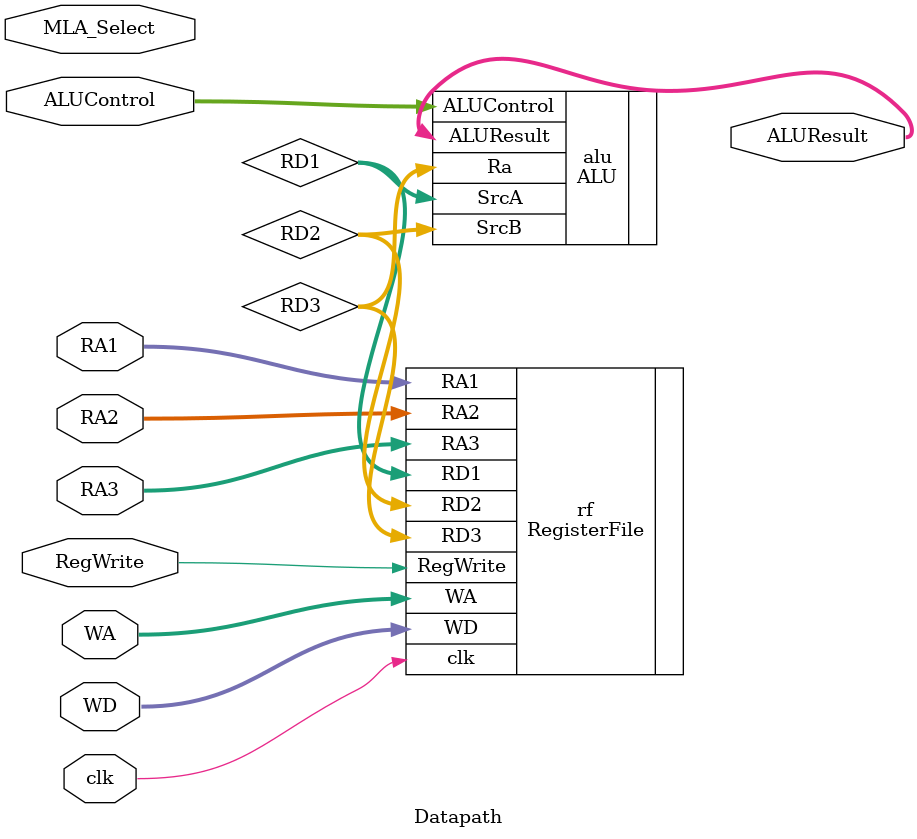
<source format=v>
module Datapath (
    input clk,
    input [3:0] RA1, RA2, RA3, WA,
    input [31:0] WD,
    input RegWrite,
    input [2:0] ALUControl,
    input MLA_Select,
    output [31:0] ALUResult
);
  wire [31:0] RD1, RD2, RD3;
  wire [31:0] SrcA, SrcB, Ra;

  // Register File
  RegisterFile rf (
      .clk(clk),
      .RA1(RA1), .RA2(RA2), .RA3(RA3),
      .WA(WA), .WD(WD),
      .RegWrite(RegWrite),
      .RD1(RD1), .RD2(RD2), .RD3(RD3)
  );

  // ALU
  ALU alu (
      .SrcA(RD1),
      .SrcB(RD2),
      .Ra(RD3),  // Operando adicional para MLA
      .ALUControl(ALUControl),
      .ALUResult(ALUResult)
  );
endmodule

</source>
